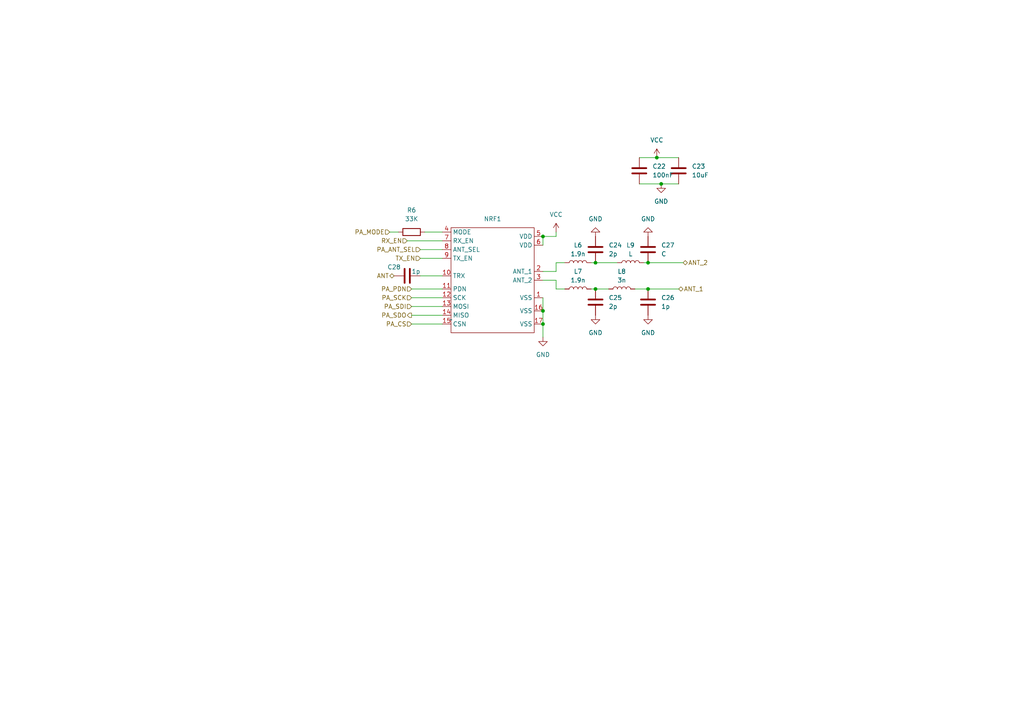
<source format=kicad_sch>
(kicad_sch (version 20230121) (generator eeschema)
  (paper "A4")
  (lib_symbols
    (symbol "Device:C" (pin_numbers hide) (pin_names (offset 0.254))
      (property "Reference" "C" (at 0.635 2.54 0))
      (property "Value" "C" (at 0.635 -2.54 0))
      (symbol "C_0_1"
        (polyline (pts (xy -2.032 -0.762) (xy 2.032 -0.762)) (stroke (width 0.508)))
        (polyline (pts (xy -2.032 0.762) (xy 2.032 0.762)) (stroke (width 0.508)))
      )
      (symbol "C_1_1"
        (pin passive line (at 0 3.81 270) (length 2.794) (name "~") (number "1"))
        (pin passive line (at 0 -3.81 90) (length 2.794) (name "~") (number "2"))
      )
    )
    (symbol "Device:L" (pin_numbers hide) (pin_names (offset 1.016) hide)
      (property "Reference" "L" (at -1.27 0 90))
      (property "Value" "L" (at 1.905 0 90))
      (symbol "L_0_1"
        (arc (start 0 -2.54) (mid 0.6323 -1.905) (end 0 -1.27))
        (arc (start 0 -1.27) (mid 0.6323 -0.635) (end 0 0))
        (arc (start 0 0) (mid 0.6323 0.635) (end 0 1.27))
        (arc (start 0 1.27) (mid 0.6323 1.905) (end 0 2.54))
      )
      (symbol "L_1_1"
        (pin passive line (at 0 3.81 270) (length 1.27) (name "1") (number "1"))
        (pin passive line (at 0 -3.81 90) (length 1.27) (name "2") (number "2"))
      )
    )
    (symbol "Device:R" (pin_numbers hide) (pin_names (offset 0))
      (property "Reference" "R" (at 2.032 0 90))
      (property "Value" "R" (at 0 0 90))
      (symbol "R_0_1"
        (rectangle (start -1.016 -2.54) (end 1.016 2.54) (stroke (width 0.254)))
      )
      (symbol "R_1_1"
        (pin passive line (at 0 3.81 270) (length 1.27) (name "~") (number "1"))
        (pin passive line (at 0 -3.81 90) (length 1.27) (name "~") (number "2"))
      )
    )
    (symbol "power:GND" (power) (pin_names (offset 0))
      (property "Value" "GND" (at 0 -3.81 0))
      (symbol "GND_0_1"
        (polyline (pts (xy 0 0) (xy 0 -1.27) (xy 1.27 -1.27) (xy 0 -2.54) (xy -1.27 -1.27) (xy 0 -1.27)))
      )
      (symbol "GND_1_1"
        (pin power_in line (at 0 0 270) (length 0) hide (name "GND") (number "1"))
      )
    )
    (symbol "power:VCC" (power) (pin_names (offset 0))
      (property "Value" "VCC" (at 0 3.81 0))
      (symbol "VCC_0_1"
        (polyline (pts (xy -0.762 1.27) (xy 0 2.54)))
        (polyline (pts (xy 0 0) (xy 0 2.54)))
        (polyline (pts (xy 0 2.54) (xy 0.762 1.27)))
      )
      (symbol "VCC_1_1"
        (pin power_in line (at 0 0 90) (length 0) hide (name "VCC") (number "1"))
      )
    )
    (symbol "prib_power:nRF21540"
      (property "Reference" "NRF21540" (at 11.43 1.27 0))
      (symbol "nRF21540_0_1"
        (rectangle (start 0 30.48) (end 24.13 0))
      )
      (symbol "nRF21540_1_1"
        (pin power_in line (at 26.67 10.16 180) (length 2.54) (name "VSS") (number "1"))
        (pin input line (at -2.54 16.51 0) (length 2.54) (name "TRX") (number "10"))
        (pin input line (at -2.54 12.7 0) (length 2.54) (name "PDN") (number "11"))
        (pin input line (at -2.54 10.16 0) (length 2.54) (name "SCK") (number "12"))
        (pin input line (at -2.54 7.62 0) (length 2.54) (name "MOSI") (number "13"))
        (pin output line (at -2.54 5.08 0) (length 2.54) (name "MISO") (number "14"))
        (pin input line (at -2.54 2.54 0) (length 2.54) (name "CSN") (number "15"))
        (pin power_in line (at 26.67 6.35 180) (length 2.54) (name "VSS") (number "16"))
        (pin power_in line (at 26.67 2.54 180) (length 2.54) (name "VSS") (number "17"))
        (pin output line (at 26.67 17.78 180) (length 2.54) (name "ANT_1") (number "2"))
        (pin output line (at 26.67 15.24 180) (length 2.54) (name "ANT_2") (number "3"))
        (pin input line (at -2.54 29.21 0) (length 2.54) (name "MODE") (number "4"))
        (pin power_in line (at 26.67 27.94 180) (length 2.54) (name "VDD") (number "5"))
        (pin power_in line (at 26.67 25.4 180) (length 2.54) (name "VDD") (number "6"))
        (pin input line (at -2.54 26.67 0) (length 2.54) (name "RX_EN") (number "7"))
        (pin input line (at -2.54 24.13 0) (length 2.54) (name "ANT_SEL") (number "8"))
        (pin input line (at -2.54 21.59 0) (length 2.54) (name "TX_EN") (number "9"))
      )
    )
  )
  (junction (at 172.72 83.82))
  (junction (at 187.96 76.2))
  (junction (at 157.48 90.17))
  (junction (at 157.48 68.58))
  (junction (at 172.72 76.2))
  (junction (at 190.5 45.72))
  (junction (at 187.96 83.82))
  (junction (at 157.48 93.98))
  (junction (at 191.77 53.34))
  (wire (pts (xy 119.38 86.36) (xy 128.27 86.36)))
  (wire (pts (xy 191.77 53.34) (xy 196.85 53.34)))
  (wire (pts (xy 157.48 90.17) (xy 157.48 93.98)))
  (wire (pts (xy 187.96 83.82) (xy 196.85 83.82)))
  (wire (pts (xy 185.42 53.34) (xy 191.77 53.34)))
  (wire (pts (xy 157.48 78.74) (xy 161.29 78.74)))
  (wire (pts (xy 171.45 76.2) (xy 172.72 76.2)))
  (wire (pts (xy 119.38 91.44) (xy 128.27 91.44)))
  (wire (pts (xy 119.38 88.9) (xy 128.27 88.9)))
  (wire (pts (xy 113.03 67.31) (xy 115.57 67.31)))
  (wire (pts (xy 161.29 81.28) (xy 161.29 83.82)))
  (wire (pts (xy 157.48 68.58) (xy 157.48 71.12)))
  (wire (pts (xy 157.48 81.28) (xy 161.29 81.28)))
  (wire (pts (xy 161.29 83.82) (xy 163.83 83.82)))
  (wire (pts (xy 172.72 83.82) (xy 176.53 83.82)))
  (wire (pts (xy 119.38 83.82) (xy 128.27 83.82)))
  (wire (pts (xy 119.38 93.98) (xy 128.27 93.98)))
  (wire (pts (xy 161.29 67.31) (xy 161.29 68.58)))
  (wire (pts (xy 161.29 78.74) (xy 161.29 76.2)))
  (wire (pts (xy 157.48 68.58) (xy 161.29 68.58)))
  (wire (pts (xy 157.48 86.36) (xy 157.48 90.17)))
  (wire (pts (xy 190.5 45.72) (xy 196.85 45.72)))
  (wire (pts (xy 123.19 67.31) (xy 128.27 67.31)))
  (wire (pts (xy 121.92 74.93) (xy 128.27 74.93)))
  (wire (pts (xy 118.11 69.85) (xy 128.27 69.85)))
  (wire (pts (xy 171.45 83.82) (xy 172.72 83.82)))
  (wire (pts (xy 121.92 72.39) (xy 128.27 72.39)))
  (wire (pts (xy 161.29 76.2) (xy 163.83 76.2)))
  (wire (pts (xy 198.12 76.2) (xy 187.96 76.2)))
  (wire (pts (xy 185.42 45.72) (xy 190.5 45.72)))
  (wire (pts (xy 186.69 76.2) (xy 187.96 76.2)))
  (wire (pts (xy 121.92 80.01) (xy 128.27 80.01)))
  (wire (pts (xy 172.72 76.2) (xy 179.07 76.2)))
  (wire (pts (xy 184.15 83.82) (xy 187.96 83.82)))
  (wire (pts (xy 157.48 93.98) (xy 157.48 97.79)))
  (hierarchical_label "TX_EN" (shape input) (at 121.92 74.93 180))
  (hierarchical_label "PA_PDN" (shape input) (at 119.38 83.82 180))
  (hierarchical_label "PA_SCK" (shape input) (at 119.38 86.36 180))
  (hierarchical_label "PA_SDO" (shape output) (at 119.38 91.44 180))
  (hierarchical_label "PA_ANT_SEL" (shape input) (at 121.92 72.39 180))
  (hierarchical_label "ANT" (shape bidirectional) (at 114.3 80.01 180))
  (hierarchical_label "RX_EN" (shape input) (at 118.11 69.85 180))
  (hierarchical_label "PA_SDI" (shape input) (at 119.38 88.9 180))
  (hierarchical_label "ANT_2" (shape bidirectional) (at 198.12 76.2 0))
  (hierarchical_label "PA_CS" (shape input) (at 119.38 93.98 180))
  (hierarchical_label "ANT_1" (shape bidirectional) (at 196.85 83.82 0))
  (hierarchical_label "PA_MODE" (shape input) (at 113.03 67.31 180))
  (symbol (lib_id "power:VCC") (at 190.5 45.72 0) (unit 1)
    (property "Reference" "#PWR035" (effects hide))
    (property "Value" "VCC" (at 190.5 40.64 0))
  )
  (symbol (lib_id "Device:C") (at 196.85 49.53 0) (unit 1)
    (property "Reference" "C23" (at 200.66 48.26 0) (effects (justify left)))
    (property "Value" "10uF" (at 200.66 50.8 0) (effects (justify left)))
    (property "Footprint" "Capacitor_SMD:C_0603_1608Metric_Pad1.08x0.95mm_HandSolder" (effects hide))
  )
  (symbol (lib_id "Device:C") (at 118.11 80.01 90) (unit 1)
    (property "Reference" "C28" (at 114.3 77.47 90))
    (property "Value" "1p" (at 120.65 78.74 90))
    (property "Footprint" "Capacitor_SMD:C_0603_1608Metric_Pad1.08x0.95mm_HandSolder" (effects hide))
  )
  (symbol (lib_id "power:GND") (at 157.48 97.79 0) (unit 1)
    (property "Reference" "#PWR040" (effects hide))
    (property "Value" "GND" (at 157.48 102.87 0))
  )
  (symbol (lib_id "Device:L") (at 167.64 83.82 90) (unit 1)
    (property "Reference" "L7" (at 167.64 78.74 90))
    (property "Value" "1.9n" (at 167.64 81.28 90))
    (property "Footprint" "Inductor_SMD:L_0603_1608Metric_Pad1.05x0.95mm_HandSolder" (effects hide))
  )
  (symbol (lib_id "Device:C") (at 172.72 87.63 0) (unit 1)
    (property "Reference" "C25" (at 176.53 86.36 0) (effects (justify left)))
    (property "Value" "2p" (at 176.53 88.9 0) (effects (justify left)))
    (property "Footprint" "Capacitor_SMD:C_0603_1608Metric_Pad1.08x0.95mm_HandSolder" (effects hide))
  )
  (symbol (lib_id "power:VCC") (at 161.29 67.31 0) (unit 1)
    (property "Reference" "#PWR033" (effects hide))
    (property "Value" "VCC" (at 161.29 62.23 0))
  )
  (symbol (lib_id "Device:L") (at 182.88 76.2 90) (unit 1)
    (property "Reference" "L9" (at 182.88 71.12 90))
    (property "Value" "L" (at 182.88 73.66 90))
    (property "Footprint" "Inductor_SMD:L_0603_1608Metric_Pad1.05x0.95mm_HandSolder" (effects hide))
  )
  (symbol (lib_id "power:GND") (at 172.72 68.58 180) (unit 1)
    (property "Reference" "#PWR039" (effects hide))
    (property "Value" "GND" (at 172.72 63.5 0))
  )
  (symbol (lib_id "Device:L") (at 167.64 76.2 90) (unit 1)
    (property "Reference" "L6" (at 167.64 71.12 90))
    (property "Value" "1.9n" (at 167.64 73.66 90))
    (property "Footprint" "Inductor_SMD:L_0603_1608Metric_Pad1.05x0.95mm_HandSolder" (effects hide))
  )
  (symbol (lib_id "power:GND") (at 187.96 68.58 180) (unit 1)
    (property "Reference" "#PWR038" (effects hide))
    (property "Value" "GND" (at 187.96 63.5 0))
  )
  (symbol (lib_id "Device:L") (at 180.34 83.82 90) (unit 1)
    (property "Reference" "L8" (at 180.34 78.74 90))
    (property "Value" "3n" (at 180.34 81.28 90))
    (property "Footprint" "Inductor_SMD:L_0603_1608Metric_Pad1.05x0.95mm_HandSolder" (effects hide))
  )
  (symbol (lib_id "power:GND") (at 191.77 53.34 0) (unit 1)
    (property "Reference" "#PWR034" (effects hide))
    (property "Value" "GND" (at 191.77 58.42 0))
  )
  (symbol (lib_id "Device:C") (at 172.72 72.39 0) (unit 1)
    (property "Reference" "C24" (at 176.53 71.12 0) (effects (justify left)))
    (property "Value" "2p" (at 176.53 73.66 0) (effects (justify left)))
    (property "Footprint" "Capacitor_SMD:C_0603_1608Metric_Pad1.08x0.95mm_HandSolder" (effects hide))
  )
  (symbol (lib_id "Device:C") (at 187.96 72.39 0) (unit 1)
    (property "Reference" "C27" (at 191.77 71.12 0) (effects (justify left)))
    (property "Value" "C" (at 191.77 73.66 0) (effects (justify left)))
    (property "Footprint" "Capacitor_SMD:C_0603_1608Metric_Pad1.08x0.95mm_HandSolder" (effects hide))
  )
  (symbol (lib_id "Device:C") (at 185.42 49.53 0) (unit 1)
    (property "Reference" "C22" (at 189.23 48.26 0) (effects (justify left)))
    (property "Value" "100nF" (at 189.23 50.8 0) (effects (justify left)))
    (property "Footprint" "Capacitor_SMD:C_0603_1608Metric_Pad1.08x0.95mm_HandSolder" (effects hide))
  )
  (symbol (lib_id "power:GND") (at 187.96 91.44 0) (unit 1)
    (property "Reference" "#PWR037" (effects hide))
    (property "Value" "GND" (at 187.96 96.52 0))
  )
  (symbol (lib_id "power:GND") (at 172.72 91.44 0) (unit 1)
    (property "Reference" "#PWR036" (effects hide))
    (property "Value" "GND" (at 172.72 96.52 0))
  )
  (symbol (lib_id "Device:R") (at 119.38 67.31 90) (unit 1)
    (property "Reference" "R6" (at 119.38 60.96 90))
    (property "Value" "33K" (at 119.38 63.5 90))
    (property "Footprint" "Resistor_SMD:R_0603_1608Metric_Pad0.98x0.95mm_HandSolder" (effects hide))
  )
  (symbol (lib_id "prib_power:nRF21540") (at 130.81 96.52 0) (unit 1)
    (property "Reference" "NRF1" (at 142.875 63.5 0))
    (property "Value" "~" (at 130.81 92.71 0))
    (property "Footprint" "Package_DFN_QFN:QFN-16-1EP_4x4mm_P0.65mm_EP2.7x2.7mm_ThermalVias" (effects hide))
  )
  (symbol (lib_id "Device:C") (at 187.96 87.63 0) (unit 1)
    (property "Reference" "C26" (at 191.77 86.36 0) (effects (justify left)))
    (property "Value" "1p" (at 191.77 88.9 0) (effects (justify left)))
    (property "Footprint" "Capacitor_SMD:C_0603_1608Metric_Pad1.08x0.95mm_HandSolder" (effects hide))
  )
)
</source>
